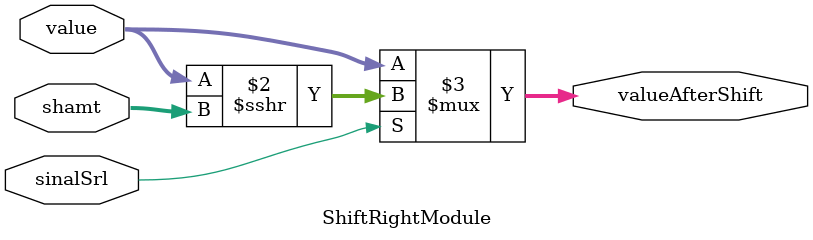
<source format=v>
module ShiftRightModule(value, shamt, sinalSrl, valueAfterShift);

input [31:0] value;
input [4:0] shamt;
input [0:0] sinalSrl;
output [31:0] valueAfterShift;

wire [31:0] value;
wire [4:0] shamt;
wire [0:0] sinalSrl;
wire [31:0] valueAfterShift;


assign valueAfterShift [31:0] = sinalSrl==1? (value>>>shamt) : value;
//reg [27:0] valueAfterShift;

endmodule

</source>
